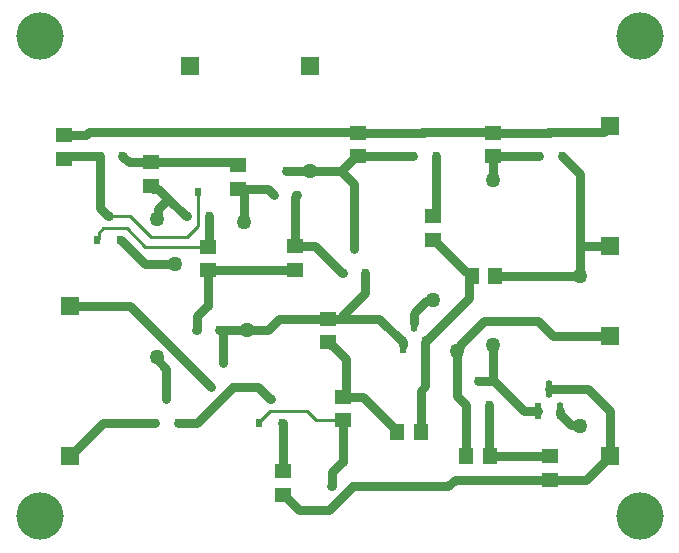
<source format=gtl>
%FSTAX23Y23*%
%MOIN*%
%SFA1B1*%

%IPPOS*%
%AMD12*
4,1,8,-0.011500,0.017500,-0.011500,-0.017500,0.000000,-0.029000,0.000000,-0.029000,0.011500,-0.017500,0.011500,0.017500,0.000000,0.029000,0.000000,0.029000,-0.011500,0.017500,0.0*
1,1,0.023020,0.000000,0.017500*
1,1,0.023020,0.000000,-0.017500*
1,1,0.023020,0.000000,-0.017500*
1,1,0.023020,0.000000,0.017500*
%
%ADD11C,0.010000*%
G04~CAMADD=12~8~0.0~0.0~580.4~230.3~115.1~0.0~15~0.0~0.0~0.0~0.0~0~0.0~0.0~0.0~0.0~0~0.0~0.0~0.0~90.0~230.0~579.0*
%ADD12D12*%
%ADD13R,0.023030X0.058040*%
%ADD14R,0.023620X0.031500*%
%ADD15R,0.047240X0.057090*%
%ADD16R,0.057090X0.047240*%
%ADD19R,0.061810X0.061810*%
%ADD22C,0.030000*%
%ADD23C,0.050000*%
%ADD24C,0.157480*%
%LNlm709_pcb-1*%
%LPD*%
G54D11*
X0352Y0232D02*
X0361D01*
X03332Y02314D02*
X03368Y0235D01*
X03332Y0231D02*
Y02314D01*
X0349Y0235D02*
X0352Y0232D01*
X03368Y0235D02*
X0349D01*
X02797Y02944D02*
X02812Y0296D01*
X0289*
X02792Y0292D02*
X02797Y02925D01*
Y02944*
X0309Y0293D02*
X03127Y02967D01*
X029Y03D02*
X0297Y0293D01*
X0309*
X02951Y02898D02*
X03155D01*
X0289Y0296D02*
X02951Y02898D01*
X0391Y0292D02*
X0392Y0291D01*
X0283Y03D02*
X029D01*
X03127Y02967D02*
Y03079D01*
X04295Y02199D02*
X043D01*
X03886Y03017D02*
X03905Y02999D01*
X0391*
G54D12*
X04297Y02423D03*
X04334Y0235D03*
X03847Y02643D03*
X03884Y0257D03*
G54D13*
X0426Y0235D03*
X0381Y0257D03*
G54D14*
X0406Y02449D03*
X04097Y0237D03*
X04022D03*
X03647Y02889D03*
X03684Y0281D03*
X0361D03*
X0316Y02699D03*
X03197Y0262D03*
X03122D03*
X0361Y02179D03*
X03647Y021D03*
X03572D03*
X0321Y02509D03*
X03247Y0243D03*
X03172D03*
X0337Y02389D03*
X03407Y0231D03*
X03332D03*
X04302Y03279D03*
X0434Y032D03*
X04265D03*
X03882Y03279D03*
X0392Y032D03*
X03845D03*
X0342Y03149D03*
X03457Y0307D03*
X03382D03*
X02837Y03279D03*
X02874Y032D03*
X028D03*
X0283Y03D03*
X02867Y0292D03*
X02792D03*
X03127Y03079D03*
X03164Y03D03*
X0309D03*
X03022Y02389D03*
X0306Y0231D03*
X02985D03*
G54D15*
X0402Y022D03*
X04099D03*
X03869Y0228D03*
X0379D03*
X0404Y028D03*
X04118D03*
G54D16*
X0345Y02899D03*
Y0282D03*
X0316Y02898D03*
Y0282D03*
X0356Y02658D03*
Y0258D03*
X0361Y02398D03*
Y0232D03*
X0411Y03278D03*
Y032D03*
X0366Y03278D03*
Y032D03*
X0326Y03169D03*
Y0309D03*
X0268Y03269D03*
Y0319D03*
X0297Y03179D03*
Y031D03*
X043Y02199D03*
Y0212D03*
X0391Y02999D03*
Y0292D03*
X0341Y0207D03*
Y02149D03*
G54D19*
X045Y022D03*
Y026D03*
Y029D03*
Y033D03*
X031Y035D03*
X035D03*
X027Y027D03*
Y022D03*
G54D22*
X04115Y02449D02*
X04215Y0235D01*
X0426*
X044Y029D02*
Y0314D01*
Y028D02*
Y029D01*
X045*
X0434Y032D02*
X044Y0314D01*
X04118Y028D02*
X044D01*
X03022Y02389D02*
Y02491D01*
X0299Y02524D02*
Y0253D01*
Y02524D02*
X03022Y02491D01*
X03164Y02903D02*
Y03D01*
X0316Y02898D02*
X03164Y02903D01*
X03731Y02658D02*
X0381Y0258D01*
X0356Y02658D02*
X03607D01*
X03731*
X0385Y0268D02*
X03886Y02716D01*
X03906*
X03847Y02643D02*
Y02674D01*
X0385Y02676*
X03906Y02716D02*
X0391Y0272D01*
X0385Y02676D02*
Y0268D01*
X0402Y022D02*
Y02368D01*
X0399Y02402D02*
X04022Y0237D01*
X0356Y0258D02*
X03568Y02571D01*
X0362Y02407D02*
Y02524D01*
X0361Y02398D02*
X03611D01*
X03568Y02571D02*
X03573D01*
X0362Y02524*
X03611Y02398D02*
X0362Y02407D01*
X0361Y02398D02*
X03676D01*
X0366Y03278D02*
X03879D01*
X02764Y03279D02*
X03659D01*
X0408Y0265D02*
X0426D01*
X0399Y02555D02*
X04Y02565D01*
X0399Y02402D02*
Y02555D01*
X04Y02565D02*
Y0257D01*
X0408Y0265*
X0426D02*
X0431Y026D01*
X045*
X04334Y02339D02*
Y0235D01*
Y02339D02*
X0437Y02303D01*
X04396*
X044Y023*
X04426Y02423D02*
X045Y0235D01*
X04297Y02423D02*
X04426D01*
X045Y022D02*
Y0235D01*
X0406Y02449D02*
X04115D01*
X0411Y02455D02*
X04115Y02449D01*
X0411Y02455D02*
Y0257D01*
Y0312D02*
Y032D01*
X0342Y03149D02*
X03604D01*
X0299Y0299D02*
X02993Y02993D01*
Y03023D02*
X03028Y03058D01*
X02993Y02993D02*
Y03023D01*
X0295Y0284D02*
X0305D01*
X0287Y02919D02*
X0295Y0284D01*
X03028Y03058D02*
X03087Y03D01*
X02995Y03092D02*
X03028Y03058D01*
X03289Y0262D02*
X0329Y0262D01*
X0336Y02621D02*
X03397Y02658D01*
X03291Y02621D02*
X0336D01*
X0329Y0262D02*
X03291Y02621D01*
X03199Y0262D02*
X03199Y0262D01*
X03289*
X0329Y0309D02*
X03359D01*
X0328Y0298D02*
Y0308D01*
X0329Y0309*
X0316Y0282D02*
X0316Y0282D01*
X0316Y02699D02*
Y0282D01*
X0316Y0282D02*
X03449D01*
X04098Y022D02*
Y02369D01*
Y022D02*
X04099Y022D01*
X04097Y0237D02*
X04097D01*
X04098Y02369*
X03884Y0258D02*
X04031Y02727D01*
Y02791D02*
X0404Y028D01*
X04031Y02727D02*
Y02791D01*
X03884Y0257D02*
Y0258D01*
X03914Y0292D02*
X04022Y02813D01*
X04031*
X0404Y028D02*
Y02804D01*
X0391Y0292D02*
X03914D01*
X04031Y02813D02*
X0404Y02804D01*
X0442Y0212D02*
X045Y022D01*
X043Y0212D02*
X0442D01*
X03647Y021D02*
X03962D01*
X03644D02*
X03647D01*
X03983Y0212D02*
X043D01*
X03962Y021D02*
X03983Y0212D01*
X04099Y02199D02*
X04299D01*
X04099Y022D02*
X04099Y02199D01*
X04299D02*
X043Y02199D01*
X03884Y02434D02*
Y0257D01*
X03869Y02418D02*
X03884Y02434D01*
X03869Y0228D02*
Y02418D01*
X0381Y0257D02*
Y0258D01*
X0379Y0228D02*
Y02284D01*
X03676Y02398D02*
X0379Y02284D01*
X0361Y02179D02*
Y0232D01*
X03575Y021D02*
X03575Y021D01*
Y02147*
X03607Y02179D02*
X0361D01*
X03572Y021D02*
X03575D01*
X03575Y02147D02*
X03607Y02179D01*
X03564Y0202D02*
X03644Y021D01*
X03465Y0202D02*
X03564D01*
X0341Y0207D02*
X03414D01*
X03465Y0202*
X0341Y02149D02*
Y02309D01*
X03409Y0231D02*
X0341Y02309D01*
X03407Y0231D02*
X03409D01*
X027Y022D02*
X0281Y0231D01*
X02985*
X027Y027D02*
X029D01*
X0317Y0243*
X03172*
X0321Y02509D02*
Y0261D01*
X03199Y0262D02*
X0321Y0261D01*
X03197Y0262D02*
X03199D01*
X03247Y0243D02*
X03327D01*
X03244D02*
X03247D01*
X03367Y02389D02*
X0337D01*
X03327Y0243D02*
X03367Y02389D01*
X0306Y0231D02*
X03124D01*
X03244Y0243*
X03397Y02658D02*
X0356D01*
X03125Y0262D02*
Y02667D01*
X03157Y02699D02*
X0316D01*
X03122Y0262D02*
X03125D01*
X03125Y0262*
Y02667D02*
X03157Y02699D01*
X03449Y0282D02*
X0345Y0282D01*
X03607Y02667D02*
X03684Y02744D01*
Y0281*
X0345Y02899D02*
X0345Y029D01*
X03517*
X03607Y0281D02*
X0361D01*
X03517Y029D02*
X03607Y0281D01*
X0345Y02899D02*
Y03065D01*
X03454Y0307*
X03457*
X03647Y02889D02*
Y03107D01*
X03604Y03149D02*
X03647Y03107D01*
X02978Y03092D02*
X02995D01*
X03087Y03D02*
X0309D01*
X0297Y031D02*
X02978Y03092D01*
X0411Y032D02*
X04265D01*
X03911Y02999D02*
X0392Y03007D01*
Y032*
X0391Y02999D02*
X03911D01*
X0366Y032D02*
X03845D01*
X03655D02*
X0366D01*
X03604Y03149D02*
X03655Y032D01*
X0338Y0307D02*
X03382D01*
X03359Y0309D02*
X0338Y0307D01*
X03255Y03169D02*
X0326D01*
X0297Y03179D02*
X03245D01*
X03255Y03169*
X02877Y03197D02*
Y03199D01*
X02874Y032D02*
X02877D01*
X02896Y03179D02*
X0297D01*
X02877Y03197D02*
X02896Y03179D01*
X02877Y032D02*
X02877Y03199D01*
X028Y03027D02*
X02827Y03D01*
X0283*
X028Y03027D02*
Y032D01*
X02684Y0319D02*
X02694Y032D01*
X0268Y0319D02*
X02684D01*
X02694Y032D02*
X028D01*
X04479Y03279D02*
X045Y033D01*
X04302Y03279D02*
X04479D01*
X043D02*
X04302D01*
X0411Y03278D02*
X04299D01*
X043Y03279*
X03882Y03279D02*
X04109D01*
X03882Y03279D02*
X03882Y03279D01*
X04109D02*
X0411Y03278D01*
X03879D02*
X0388Y03279D01*
X03882*
X0268Y03269D02*
X02754D01*
X02764Y03279*
G54D23*
X044Y028D03*
X0299Y0253D03*
X044Y023D03*
X0411Y0257D03*
Y0312D03*
X035Y0315D03*
X0299Y0299D03*
X0305Y0284D03*
X0329Y0262D03*
X0328Y0298D03*
X0399Y0255D03*
X0391Y0272D03*
G54D24*
X026Y02D03*
X046D03*
Y036D03*
X026D03*
M02*
</source>
